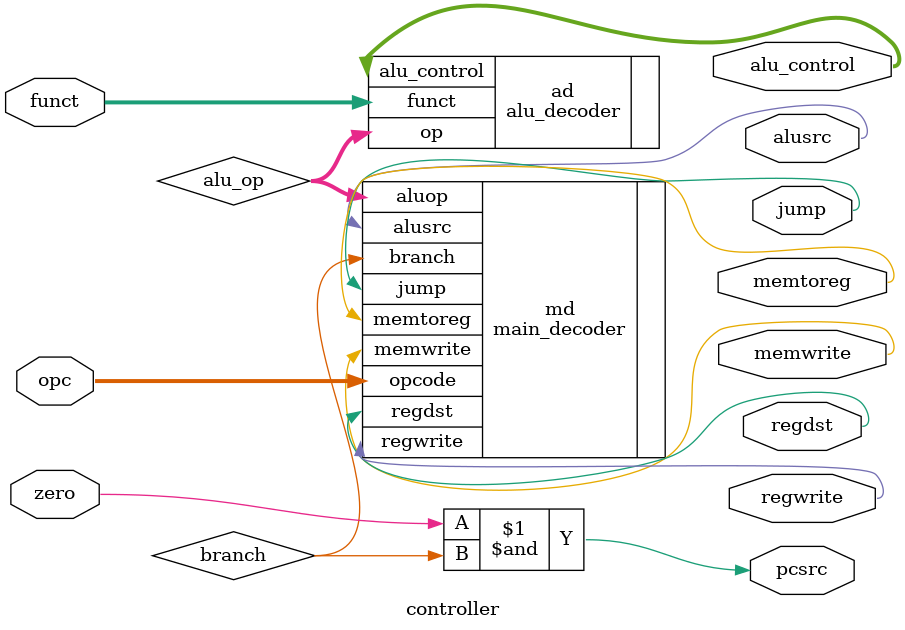
<source format=v>
module controller(
	input wire[5:0] opc, funct,
	input wire zero,
	output wire memtoreg, memwrite, pcsrc, alusrc, regdst, 
	regwrite, jump, 
	output wire[2:0] alu_control
	);
	wire [1:0] alu_op;
	wire branch;
	main_decoder md(
		.opcode(opc), //opt
		.jump(jump), .branch(branch), .alusrc(alusrc), .memwrite(memwrite),
		.memtoreg(memtoreg), .regwrite(regwrite), .regdst(regdst), .aluop(alu_op)
		);

	alu_decoder ad(
		.funct(funct), //funct
		.op(alu_op),
		.alu_control(alu_control)
		);

	assign pcsrc = zero & branch;
endmodule
</source>
